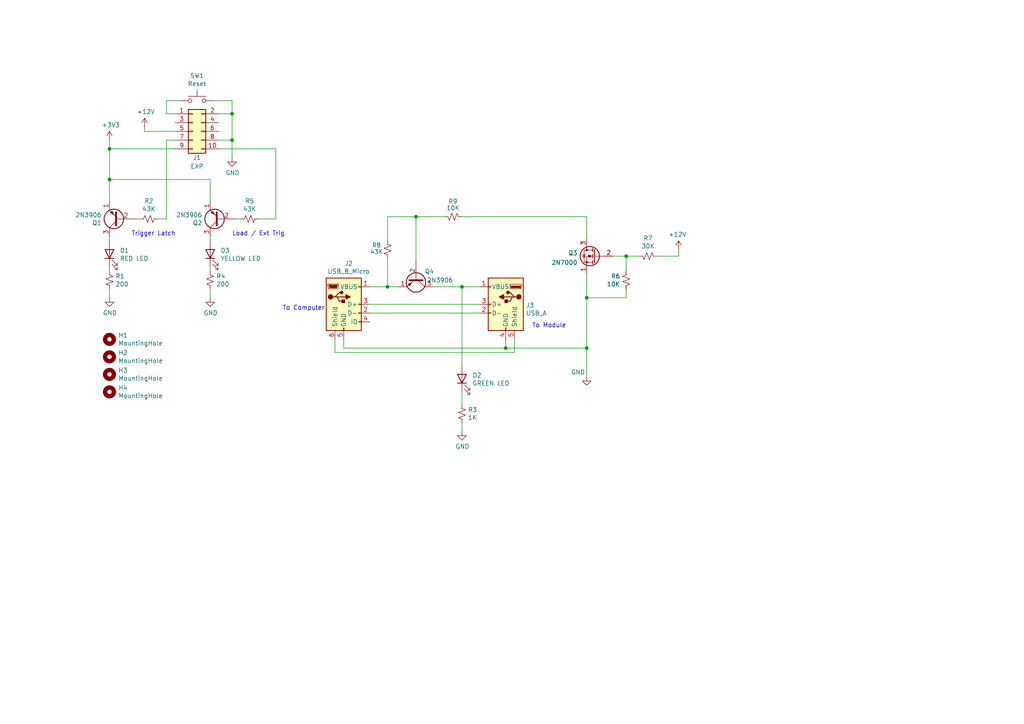
<source format=kicad_sch>
(kicad_sch (version 20211123) (generator eeschema)
  (paper "A4")
  (title_block (title "DuDad") (rev "1.3"))
  (lib_symbols
    (symbol "Connector:USB_A" (pin_names (offset 1.016))
      (property "Reference" "J" (at -5.08 11.43 0))
      (property "Value" "USB_A" (at -5.08 8.89 0))
      (symbol "USB_A_0_1"
        (rectangle (start -5.08 -7.62) (end 5.08 7.62) (stroke (width 0.254)) (fill (type background)))
        (circle (center -3.81 2.159) (radius 0.635) (stroke (width 0.254)) (fill (type outline)))
        (rectangle (start -1.524 4.826) (end -4.318 5.334) (fill (type outline)))
        (rectangle (start -1.27 4.572) (end -4.572 5.842))
        (circle (center -0.635 3.429) (radius 0.381) (stroke (width 0.254)) (fill (type outline)))
        (rectangle (start -0.127 -7.62) (end 0.127 -6.858))
        (polyline (pts (xy -3.175 2.159) (xy -2.54 2.159) (xy -1.27 3.429) (xy -0.635 3.429)) (stroke (width 0.254)))
        (polyline (pts (xy -2.54 2.159) (xy -1.905 2.159) (xy -1.27 0.889) (xy 0 0.889)) (stroke (width 0.254)))
        (polyline (pts (xy 0.635 2.794) (xy 0.635 1.524) (xy 1.905 2.159) (xy 0.635 2.794)) (stroke (width 0.254)) (fill (type outline)))
        (rectangle (start 0.254 1.27) (end -0.508 0.508) (stroke (width 0.254)) (fill (type outline)))
        (rectangle (start 5.08 -2.667) (end 4.318 -2.413))
        (rectangle (start 5.08 -0.127) (end 4.318 0.127))
        (rectangle (start 5.08 4.953) (end 4.318 5.207))
      )
      (symbol "USB_A_1_1"
        (polyline (pts (xy -1.905 2.159) (xy 0.635 2.159)) (stroke (width 0.254)))
        (pin power_in line (at 7.62 5.08 180) (length 2.54) (name "VBUS") (number "1"))
        (pin bidirectional line (at 7.62 -2.54 180) (length 2.54) (name "D-") (number "2"))
        (pin bidirectional line (at 7.62 0 180) (length 2.54) (name "D+") (number "3"))
        (pin power_in line (at 0 -10.16 90) (length 2.54) (name "GND") (number "4"))
        (pin passive line (at -2.54 -10.16 90) (length 2.54) (name "Shield") (number "5"))
      )
    )
    (symbol "Connector:USB_B_Micro" (pin_names (offset 1.016))
      (property "Reference" "J" (at -5.08 11.43 0))
      (property "Value" "USB_B_Micro" (at -5.08 8.89 0))
      (symbol "USB_B_Micro_0_1"
        (rectangle (start -5.08 -7.62) (end 5.08 7.62) (stroke (width 0.254)) (fill (type background)))
        (circle (center -3.81 2.159) (radius 0.635) (stroke (width 0.254)) (fill (type outline)))
        (circle (center -0.635 3.429) (radius 0.381) (stroke (width 0.254)) (fill (type outline)))
        (rectangle (start -0.127 -7.62) (end 0.127 -6.858))
        (polyline (pts (xy -1.905 2.159) (xy 0.635 2.159)) (stroke (width 0.254)))
        (polyline (pts (xy -3.175 2.159) (xy -2.54 2.159) (xy -1.27 3.429) (xy -0.635 3.429)) (stroke (width 0.254)))
        (polyline (pts (xy -2.54 2.159) (xy -1.905 2.159) (xy -1.27 0.889) (xy 0 0.889)) (stroke (width 0.254)))
        (polyline (pts (xy 0.635 2.794) (xy 0.635 1.524) (xy 1.905 2.159) (xy 0.635 2.794)) (stroke (width 0.254)) (fill (type outline)))
        (polyline (pts (xy -4.318 5.588) (xy -1.778 5.588) (xy -2.032 4.826) (xy -4.064 4.826) (xy -4.318 5.588)) (fill (type outline)))
        (polyline (pts (xy -4.699 5.842) (xy -4.699 5.588) (xy -4.445 4.826) (xy -4.445 4.572) (xy -1.651 4.572) (xy -1.651 4.826) (xy -1.397 5.588) (xy -1.397 5.842) (xy -4.699 5.842)))
        (rectangle (start 0.254 1.27) (end -0.508 0.508) (stroke (width 0.254)) (fill (type outline)))
        (rectangle (start 5.08 -5.207) (end 4.318 -4.953))
        (rectangle (start 5.08 -2.667) (end 4.318 -2.413))
        (rectangle (start 5.08 -0.127) (end 4.318 0.127))
        (rectangle (start 5.08 4.953) (end 4.318 5.207))
      )
      (symbol "USB_B_Micro_1_1"
        (pin power_out line (at 7.62 5.08 180) (length 2.54) (name "VBUS") (number "1"))
        (pin bidirectional line (at 7.62 -2.54 180) (length 2.54) (name "D-") (number "2"))
        (pin bidirectional line (at 7.62 0 180) (length 2.54) (name "D+") (number "3"))
        (pin passive line (at 7.62 -5.08 180) (length 2.54) (name "ID") (number "4"))
        (pin power_out line (at 0 -10.16 90) (length 2.54) (name "GND") (number "5"))
        (pin passive line (at -2.54 -10.16 90) (length 2.54) (name "Shield") (number "6"))
      )
    )
    (symbol "Connector_Generic:Conn_02x05_Odd_Even" (pin_names (offset 1.016) hide)
      (property "Reference" "J" (at 1.27 7.62 0))
      (property "Value" "Conn_02x05_Odd_Even" (at 1.27 -7.62 0))
      (symbol "Conn_02x05_Odd_Even_1_1"
        (rectangle (start -1.27 -4.953) (end 0 -5.207) (stroke (width 0.1524)))
        (rectangle (start -1.27 -2.413) (end 0 -2.667) (stroke (width 0.1524)))
        (rectangle (start -1.27 0.127) (end 0 -0.127) (stroke (width 0.1524)))
        (rectangle (start -1.27 2.667) (end 0 2.413) (stroke (width 0.1524)))
        (rectangle (start -1.27 5.207) (end 0 4.953) (stroke (width 0.1524)))
        (rectangle (start -1.27 6.35) (end 3.81 -6.35) (stroke (width 0.254)) (fill (type background)))
        (rectangle (start 3.81 -4.953) (end 2.54 -5.207) (stroke (width 0.1524)))
        (rectangle (start 3.81 -2.413) (end 2.54 -2.667) (stroke (width 0.1524)))
        (rectangle (start 3.81 0.127) (end 2.54 -0.127) (stroke (width 0.1524)))
        (rectangle (start 3.81 2.667) (end 2.54 2.413) (stroke (width 0.1524)))
        (rectangle (start 3.81 5.207) (end 2.54 4.953) (stroke (width 0.1524)))
        (pin passive line (at -5.08 5.08 0) (length 3.81) (name "Pin_1") (number "1"))
        (pin passive line (at 7.62 -5.08 180) (length 3.81) (name "Pin_10") (number "10"))
        (pin passive line (at 7.62 5.08 180) (length 3.81) (name "Pin_2") (number "2"))
        (pin passive line (at -5.08 2.54 0) (length 3.81) (name "Pin_3") (number "3"))
        (pin passive line (at 7.62 2.54 180) (length 3.81) (name "Pin_4") (number "4"))
        (pin passive line (at -5.08 0 0) (length 3.81) (name "Pin_5") (number "5"))
        (pin passive line (at 7.62 0 180) (length 3.81) (name "Pin_6") (number "6"))
        (pin passive line (at -5.08 -2.54 0) (length 3.81) (name "Pin_7") (number "7"))
        (pin passive line (at 7.62 -2.54 180) (length 3.81) (name "Pin_8") (number "8"))
        (pin passive line (at -5.08 -5.08 0) (length 3.81) (name "Pin_9") (number "9"))
      )
    )
    (symbol "Device:LED" (pin_numbers hide) (pin_names (offset 1.016) hide)
      (property "Reference" "D" (at 0 2.54 0))
      (property "Value" "LED" (at 0 -2.54 0))
      (symbol "LED_0_1"
        (polyline (pts (xy -1.27 -1.27) (xy -1.27 1.27)) (stroke (width 0.254)))
        (polyline (pts (xy -1.27 0) (xy 1.27 0)))
        (polyline (pts (xy 1.27 -1.27) (xy 1.27 1.27) (xy -1.27 0) (xy 1.27 -1.27)) (stroke (width 0.254)))
        (polyline (pts (xy -3.048 -0.762) (xy -4.572 -2.286) (xy -3.81 -2.286) (xy -4.572 -2.286) (xy -4.572 -1.524)))
        (polyline (pts (xy -1.778 -0.762) (xy -3.302 -2.286) (xy -2.54 -2.286) (xy -3.302 -2.286) (xy -3.302 -1.524)))
      )
      (symbol "LED_1_1"
        (pin passive line (at -3.81 0 0) (length 2.54) (name "K") (number "1"))
        (pin passive line (at 3.81 0 180) (length 2.54) (name "A") (number "2"))
      )
    )
    (symbol "Device:R_Small_US" (pin_numbers hide) (pin_names (offset 0.254) hide)
      (property "Reference" "R" (at 0.762 0.508 0))
      (property "Value" "R_Small_US" (at 0.762 -1.016 0))
      (symbol "R_Small_US_1_1"
        (polyline (pts (xy 0 0) (xy 1.016 -0.381) (xy 0 -0.762) (xy -1.016 -1.143) (xy 0 -1.524)))
        (polyline (pts (xy 0 1.524) (xy 1.016 1.143) (xy 0 0.762) (xy -1.016 0.381) (xy 0 0)))
        (pin passive line (at 0 2.54 270) (length 1.016) (name "~") (number "1"))
        (pin passive line (at 0 -2.54 90) (length 1.016) (name "~") (number "2"))
      )
    )
    (symbol "Mechanical:MountingHole" (pin_names (offset 1.016))
      (property "Reference" "H" (at 0 5.08 0))
      (property "Value" "MountingHole" (at 0 3.175 0))
      (symbol "MountingHole_0_1"
        (circle (center 0 0) (radius 1.27) (stroke (width 1.27)))
      )
    )
    (symbol "Switch:SW_Push" (pin_numbers hide) (pin_names (offset 1.016) hide)
      (property "Reference" "SW" (at 1.27 2.54 0))
      (property "Value" "SW_Push" (at 0 -1.524 0))
      (symbol "SW_Push_0_1"
        (circle (center -2.032 0) (radius 0.508))
        (polyline (pts (xy 0 1.27) (xy 0 3.048)))
        (polyline (pts (xy 2.54 1.27) (xy -2.54 1.27)))
        (circle (center 2.032 0) (radius 0.508))
        (pin passive line (at -5.08 0 0) (length 2.54) (name "1") (number "1"))
        (pin passive line (at 5.08 0 180) (length 2.54) (name "2") (number "2"))
      )
    )
    (symbol "Transistor_BJT:2N3906" (pin_names (offset 0) hide)
      (property "Reference" "Q" (at 5.08 1.905 0))
      (property "Value" "2N3906" (at 5.08 0 0))
      (symbol "2N3906_0_1"
        (polyline (pts (xy 0.635 0.635) (xy 2.54 2.54)))
        (polyline (pts (xy 0.635 -0.635) (xy 2.54 -2.54) (xy 2.54 -2.54)))
        (polyline (pts (xy 0.635 1.905) (xy 0.635 -1.905) (xy 0.635 -1.905)) (stroke (width 0.508)))
        (polyline (pts (xy 2.286 -1.778) (xy 1.778 -2.286) (xy 1.27 -1.27) (xy 2.286 -1.778) (xy 2.286 -1.778)) (fill (type outline)))
        (circle (center 1.27 0) (radius 2.8194) (stroke (width 0.254)))
      )
      (symbol "2N3906_1_1"
        (pin passive line (at 2.54 -5.08 90) (length 2.54) (name "E") (number "1"))
        (pin input line (at -5.08 0 0) (length 5.715) (name "B") (number "2"))
        (pin passive line (at 2.54 5.08 270) (length 2.54) (name "C") (number "3"))
      )
    )
    (symbol "Transistor_FET:2N7000" (pin_names hide)
      (property "Reference" "Q" (at 5.08 1.905 0))
      (property "Value" "2N7000" (at 5.08 0 0))
      (symbol "2N7000_0_1"
        (polyline (pts (xy 0.254 0) (xy -2.54 0)))
        (polyline (pts (xy 0.254 1.905) (xy 0.254 -1.905)) (stroke (width 0.254)))
        (polyline (pts (xy 0.762 -1.27) (xy 0.762 -2.286)) (stroke (width 0.254)))
        (polyline (pts (xy 0.762 0.508) (xy 0.762 -0.508)) (stroke (width 0.254)))
        (polyline (pts (xy 0.762 2.286) (xy 0.762 1.27)) (stroke (width 0.254)))
        (polyline (pts (xy 2.54 2.54) (xy 2.54 1.778)))
        (polyline (pts (xy 2.54 -2.54) (xy 2.54 0) (xy 0.762 0)))
        (polyline (pts (xy 0.762 -1.778) (xy 3.302 -1.778) (xy 3.302 1.778) (xy 0.762 1.778)))
        (polyline (pts (xy 1.016 0) (xy 2.032 0.381) (xy 2.032 -0.381) (xy 1.016 0)) (fill (type outline)))
        (polyline (pts (xy 2.794 0.508) (xy 2.921 0.381) (xy 3.683 0.381) (xy 3.81 0.254)))
        (polyline (pts (xy 3.302 0.381) (xy 2.921 -0.254) (xy 3.683 -0.254) (xy 3.302 0.381)))
        (circle (center 1.651 0) (radius 2.794) (stroke (width 0.254)))
        (circle (center 2.54 -1.778) (radius 0.254) (fill (type outline)))
        (circle (center 2.54 1.778) (radius 0.254) (fill (type outline)))
      )
      (symbol "2N7000_1_1"
        (pin passive line (at 2.54 -5.08 90) (length 2.54) (name "S") (number "1"))
        (pin input line (at -5.08 0 0) (length 2.54) (name "G") (number "2"))
        (pin passive line (at 2.54 5.08 270) (length 2.54) (name "D") (number "3"))
      )
    )
    (symbol "power:+12V" (power) (pin_names (offset 0))
      (property "Value" "+12V" (at 0 3.556 0))
      (symbol "+12V_0_1"
        (polyline (pts (xy -0.762 1.27) (xy 0 2.54)))
        (polyline (pts (xy 0 0) (xy 0 2.54)))
        (polyline (pts (xy 0 2.54) (xy 0.762 1.27)))
      )
      (symbol "+12V_1_1"
        (pin power_in line (at 0 0 90) (length 0) hide (name "+12V") (number "1"))
      )
    )
    (symbol "power:+3.3V" (power) (pin_names (offset 0))
      (property "Value" "+3.3V" (at 0 3.556 0))
      (symbol "+3.3V_0_1"
        (polyline (pts (xy -0.762 1.27) (xy 0 2.54)))
        (polyline (pts (xy 0 0) (xy 0 2.54)))
        (polyline (pts (xy 0 2.54) (xy 0.762 1.27)))
      )
      (symbol "+3.3V_1_1"
        (pin power_in line (at 0 0 90) (length 0) hide (name "+3V3") (number "1"))
      )
    )
    (symbol "power:GND" (power) (pin_names (offset 0))
      (property "Value" "GND" (at 0 -3.81 0))
      (symbol "GND_0_1"
        (polyline (pts (xy 0 0) (xy 0 -1.27) (xy 1.27 -1.27) (xy 0 -2.54) (xy -1.27 -1.27) (xy 0 -1.27)))
      )
      (symbol "GND_1_1"
        (pin power_in line (at 0 0 270) (length 0) hide (name "GND") (number "1"))
      )
    )
  )
  (junction (at 31.75 52.07))
  (junction (at 146.685 100.965))
  (junction (at 120.65 62.865))
  (junction (at 31.75 43.18))
  (junction (at 67.31 40.64))
  (junction (at 181.61 74.295))
  (junction (at 133.985 83.185))
  (junction (at 170.18 86.36))
  (junction (at 170.18 100.965))
  (junction (at 112.395 83.185))
  (junction (at 67.31 33.02))
  (wire (pts (xy 31.75 52.07) (xy 31.75 58.42)))
  (wire (pts (xy 112.395 69.85) (xy 112.395 62.865)))
  (wire (pts (xy 50.8 40.64) (xy 48.26 40.64)))
  (wire (pts (xy 31.75 68.58) (xy 31.75 69.85)))
  (wire (pts (xy 67.31 29.21) (xy 67.31 33.02)))
  (wire (pts (xy 125.73 83.185) (xy 133.985 83.185)))
  (wire (pts (xy 60.96 52.07) (xy 60.96 58.42)))
  (wire (pts (xy 48.26 40.64) (xy 48.26 63.5)))
  (wire (pts (xy 107.315 83.185) (xy 112.395 83.185)))
  (wire (pts (xy 170.18 100.965) (xy 170.18 109.22)))
  (wire (pts (xy 39.37 63.5) (xy 40.64 63.5)))
  (wire (pts (xy 185.42 74.295) (xy 181.61 74.295)))
  (wire (pts (xy 170.18 79.375) (xy 170.18 86.36)))
  (wire (pts (xy 120.65 75.565) (xy 120.65 62.865)))
  (wire (pts (xy 133.985 113.665) (xy 133.985 117.475)))
  (wire (pts (xy 196.85 74.295) (xy 190.5 74.295)))
  (wire (pts (xy 31.75 83.82) (xy 31.75 86.36)))
  (wire (pts (xy 62.23 29.21) (xy 67.31 29.21)))
  (wire (pts (xy 146.685 100.965) (xy 170.18 100.965)))
  (wire (pts (xy 67.31 40.64) (xy 67.31 45.72)))
  (wire (pts (xy 133.985 122.555) (xy 133.985 125.095)))
  (wire (pts (xy 60.96 68.58) (xy 60.96 69.85)))
  (wire (pts (xy 31.75 43.18) (xy 31.75 52.07)))
  (wire (pts (xy 80.01 43.18) (xy 80.01 63.5)))
  (wire (pts (xy 170.18 69.215) (xy 170.18 62.865)))
  (wire (pts (xy 170.18 86.36) (xy 170.18 100.965)))
  (wire (pts (xy 48.26 33.02) (xy 48.26 29.21)))
  (wire (pts (xy 41.91 38.1) (xy 50.8 38.1)))
  (wire (pts (xy 63.5 33.02) (xy 67.31 33.02)))
  (wire (pts (xy 60.96 83.82) (xy 60.96 86.36)))
  (wire (pts (xy 112.395 62.865) (xy 120.65 62.865)))
  (wire (pts (xy 63.5 40.64) (xy 67.31 40.64)))
  (wire (pts (xy 74.93 63.5) (xy 80.01 63.5)))
  (wire (pts (xy 31.75 77.47) (xy 31.75 78.74)))
  (wire (pts (xy 181.61 86.36) (xy 170.18 86.36)))
  (wire (pts (xy 60.96 77.47) (xy 60.96 78.74)))
  (wire (pts (xy 97.155 98.425) (xy 97.155 102.235)))
  (wire (pts (xy 112.395 83.185) (xy 115.57 83.185)))
  (wire (pts (xy 181.61 78.74) (xy 181.61 74.295)))
  (wire (pts (xy 107.315 90.805) (xy 139.065 90.805)))
  (wire (pts (xy 67.31 33.02) (xy 67.31 40.64)))
  (wire (pts (xy 112.395 74.93) (xy 112.395 83.185)))
  (wire (pts (xy 181.61 83.82) (xy 181.61 86.36)))
  (wire (pts (xy 196.85 72.39) (xy 196.85 74.295)))
  (wire (pts (xy 41.91 36.83) (xy 41.91 38.1)))
  (wire (pts (xy 170.18 62.865) (xy 133.985 62.865)))
  (wire (pts (xy 48.26 29.21) (xy 52.07 29.21)))
  (wire (pts (xy 107.315 88.265) (xy 139.065 88.265)))
  (wire (pts (xy 50.8 43.18) (xy 31.75 43.18)))
  (wire (pts (xy 133.985 83.185) (xy 139.065 83.185)))
  (wire (pts (xy 68.58 63.5) (xy 69.85 63.5)))
  (wire (pts (xy 146.685 100.965) (xy 146.685 98.425)))
  (wire (pts (xy 48.26 63.5) (xy 45.72 63.5)))
  (wire (pts (xy 99.695 98.425) (xy 99.695 100.965)))
  (wire (pts (xy 181.61 74.295) (xy 177.8 74.295)))
  (wire (pts (xy 149.225 102.235) (xy 149.225 98.425)))
  (wire (pts (xy 31.75 52.07) (xy 60.96 52.07)))
  (wire (pts (xy 97.155 102.235) (xy 149.225 102.235)))
  (wire (pts (xy 120.65 62.865) (xy 128.905 62.865)))
  (wire (pts (xy 31.75 40.64) (xy 31.75 43.18)))
  (wire (pts (xy 63.5 43.18) (xy 80.01 43.18)))
  (wire (pts (xy 50.8 33.02) (xy 48.26 33.02)))
  (wire (pts (xy 133.985 83.185) (xy 133.985 106.045)))
  (wire (pts (xy 99.695 100.965) (xy 146.685 100.965)))
  (text "To Computer" (at 81.915 90.17 0) (effects (font (size 1.27 1.27)) (justify left bottom)))
  (text "Trigger Latch" (at 38.1 68.58 0) (effects (font (size 1.27 1.27)) (justify left bottom)))
  (text "To Module" (at 154.305 95.25 0) (effects (font (size 1.27 1.27)) (justify left bottom)))
  (text "Load / Ext Trig" (at 67.31 68.58 0) (effects (font (size 1.27 1.27)) (justify left bottom)))
  (symbol (lib_id "Mechanical:MountingHole") (at 31.75 98.425 0) (unit 1) (in_bom no)
    (property "Reference" "H1" (at 34.29 97.2566 0) (effects (justify left)))
    (property "Value" "MountingHole" (at 34.29 99.568 0) (effects (justify left)))
    (property "Footprint" "MountingHole:MountingHole_2.5mm" (effects hide))
  )
  (symbol (lib_id "Mechanical:MountingHole") (at 31.75 103.505 0) (unit 1) (in_bom no)
    (property "Reference" "H2" (at 34.29 102.3366 0) (effects (justify left)))
    (property "Value" "MountingHole" (at 34.29 104.648 0) (effects (justify left)))
    (property "Footprint" "MountingHole:MountingHole_2.5mm" (effects hide))
  )
  (symbol (lib_id "Mechanical:MountingHole") (at 31.75 108.585 0) (unit 1) (in_bom no)
    (property "Reference" "H3" (at 34.29 107.4166 0) (effects (justify left)))
    (property "Value" "MountingHole" (at 34.29 109.728 0) (effects (justify left)))
    (property "Footprint" "MountingHole:MountingHole_2.5mm" (effects hide))
  )
  (symbol (lib_id "Mechanical:MountingHole") (at 31.75 113.665 0) (unit 1) (in_bom no)
    (property "Reference" "H4" (at 34.29 112.4966 0) (effects (justify left)))
    (property "Value" "MountingHole" (at 34.29 114.808 0) (effects (justify left)))
    (property "Footprint" "MountingHole:MountingHole_2.5mm" (effects hide))
  )
  (symbol (lib_id "Transistor_BJT:2N3906") (at 63.5 63.5 180) (unit 1)
    (property "Reference" "Q2" (at 58.674 64.6684 0) (effects (justify left)))
    (property "Value" "2N3906" (at 58.674 62.357 0) (effects (justify left)))
    (property "Footprint" "Package_TO_SOT_THT:TO-92_Inline_Wide" (effects hide))
    (property "Datasheet" "https://www.onsemi.com/pub/Collateral/2N3906-D.PDF" (effects hide))
    (property "Digi-Key Part" "2N3906TFCT-ND" (effects hide))
  )
  (symbol (lib_id "Device:R_Small_US") (at 72.39 63.5 270) (unit 1)
    (property "Reference" "R5" (at 72.39 58.293 90))
    (property "Value" "43K" (at 72.39 60.6044 90))
    (property "Footprint" "Resistor_THT:R_Axial_DIN0207_L6.3mm_D2.5mm_P10.16mm_Horizontal" (effects hide))
    (property "Digi-Key Part" "CF14JT43K0CT-ND" (effects hide))
  )
  (symbol (lib_id "Device:R_Small_US") (at 60.96 81.28 180) (unit 1)
    (property "Reference" "R4" (at 62.6872 80.1116 0) (effects (justify right)))
    (property "Value" "200" (at 62.6872 82.423 0) (effects (justify right)))
    (property "Footprint" "Resistor_THT:R_Axial_DIN0207_L6.3mm_D2.5mm_P10.16mm_Horizontal" (effects hide))
    (property "Digi-Key Part" "CF14JT200RCT-ND" (effects hide))
  )
  (symbol (lib_id "Device:LED") (at 60.96 73.66 90) (unit 1)
    (property "Reference" "D3" (at 63.9572 72.6694 90) (effects (justify right)))
    (property "Value" "YELLOW LED" (at 63.9572 74.9808 90) (effects (justify right)))
    (property "Footprint" "LED_THT:LED_D3.0mm" (effects hide))
    (property "Digi-Key Part" "732-5010-ND" (effects hide))
  )
  (symbol (lib_id "power:GND") (at 60.96 86.36 0) (unit 1)
    (property "Reference" "#PWR07" (effects hide))
    (property "Value" "GND" (at 61.087 90.7542 0))
  )
  (symbol (lib_id "Switch:SW_Push") (at 57.15 29.21 0) (unit 1)
    (property "Reference" "SW1" (at 57.15 21.971 0))
    (property "Value" "Reset" (at 57.15 24.2824 0))
    (property "Footprint" "Button_Switch_THT:SW_PUSH_6mm" (effects hide))
    (property "Digi-Key Part" "450-1940-ND" (effects hide))
  )
  (symbol (lib_id "Transistor_BJT:2N3906") (at 34.29 63.5 180) (unit 1)
    (property "Reference" "Q1" (at 29.464 64.6684 0) (effects (justify left)))
    (property "Value" "2N3906" (at 29.464 62.357 0) (effects (justify left)))
    (property "Footprint" "Package_TO_SOT_THT:TO-92_Inline_Wide" (effects hide))
    (property "Datasheet" "https://www.onsemi.com/pub/Collateral/2N3906-D.PDF" (effects hide))
    (property "Digi-Key Part" "2N3906TFCT-ND" (effects hide))
  )
  (symbol (lib_id "power:+3.3V") (at 31.75 40.64 0) (unit 1)
    (property "Reference" "#PWR0101" (effects hide))
    (property "Value" "+3.3V" (at 32.131 36.2458 0))
  )
  (symbol (lib_id "Device:R_Small_US") (at 43.18 63.5 270) (unit 1)
    (property "Reference" "R2" (at 43.18 58.293 90))
    (property "Value" "43K" (at 43.18 60.6044 90))
    (property "Footprint" "Resistor_THT:R_Axial_DIN0207_L6.3mm_D2.5mm_P10.16mm_Horizontal" (effects hide))
    (property "Digi-Key Part" "CF14JT43K0CT-ND" (effects hide))
  )
  (symbol (lib_id "Device:R_Small_US") (at 31.75 81.28 180) (unit 1)
    (property "Reference" "R1" (at 33.4772 80.1116 0) (effects (justify right)))
    (property "Value" "200" (at 33.4772 82.423 0) (effects (justify right)))
    (property "Footprint" "Resistor_THT:R_Axial_DIN0207_L6.3mm_D2.5mm_P10.16mm_Horizontal" (effects hide))
    (property "Digi-Key Part" "CF14JT200RCT-ND" (effects hide))
  )
  (symbol (lib_id "Device:LED") (at 31.75 73.66 90) (unit 1)
    (property "Reference" "D1" (at 34.7472 72.6694 90) (effects (justify right)))
    (property "Value" "RED LED" (at 34.7472 74.9808 90) (effects (justify right)))
    (property "Footprint" "LED_THT:LED_D3.0mm" (effects hide))
    (property "Digi-Key Part" "732-5005-ND" (effects hide))
  )
  (symbol (lib_id "power:GND") (at 31.75 86.36 0) (unit 1)
    (property "Reference" "#PWR05" (effects hide))
    (property "Value" "GND" (at 31.877 90.7542 0))
  )
  (symbol (lib_id "Device:R_Small_US") (at 133.985 120.015 180) (unit 1)
    (property "Reference" "R3" (at 135.7122 118.8466 0) (effects (justify right)))
    (property "Value" "1K" (at 135.7122 121.158 0) (effects (justify right)))
    (property "Footprint" "Resistor_THT:R_Axial_DIN0207_L6.3mm_D2.5mm_P10.16mm_Horizontal" (effects hide))
    (property "Digi-Key Part" "738-CFF14JT1K00CT-ND" (effects hide))
  )
  (symbol (lib_id "Device:LED") (at 133.985 109.855 90) (unit 1)
    (property "Reference" "D2" (at 136.9822 108.8644 90) (effects (justify right)))
    (property "Value" "GREEN LED" (at 136.9822 111.1758 90) (effects (justify right)))
    (property "Footprint" "LED_THT:LED_D3.0mm" (effects hide))
    (property "Digi-Key Part" "732-5008-ND" (effects hide))
  )
  (symbol (lib_id "power:GND") (at 133.985 125.095 0) (unit 1)
    (property "Reference" "#PWR06" (effects hide))
    (property "Value" "GND" (at 134.112 129.4892 0))
  )
  (symbol (lib_id "Connector:USB_B_Micro") (at 99.695 88.265 0) (unit 1)
    (property "Reference" "J2" (at 101.1428 76.4032 0))
    (property "Value" "USB_B_Micro" (at 101.1428 78.7146 0))
    (property "Footprint" "Connector_USB:USB_Micro-B_Wuerth_614105150721_Vertical" (effects hide))
    (property "Digi-Key Part" "2073-USB3131-30-0230-ACT-ND" (effects hide))
  )
  (symbol (lib_id "Connector:USB_A") (at 146.685 88.265 0) (mirror y) (unit 1)
    (property "Reference" "J3" (at 152.527 88.5444 0) (effects (justify right)))
    (property "Value" "USB_A" (at 152.527 90.8558 0) (effects (justify right)))
    (property "Footprint" "sputterizer:USB_A_Amphenol_UE27AE54100_Vertical" (effects hide))
    (property "Datasheet" " ~" (effects hide))
    (property "Digi-Key Part" "UE27AE54100-ND" (effects hide))
  )
  (symbol (lib_id "Connector_Generic:Conn_02x05_Odd_Even") (at 55.88 38.1 0) (unit 1)
    (property "Reference" "J1" (at 57.15 45.72 0))
    (property "Value" "EXP" (at 57.15 48.26 0))
    (property "Footprint" "Connector_PinHeader_2.54mm:PinHeader_2x05_P2.54mm_Vertical" (effects hide))
    (property "Digi-Key Part" "S2011EC-05-ND" (effects hide))
  )
  (symbol (lib_id "power:+12V") (at 41.91 36.83 0) (unit 1)
    (property "Reference" "#PWR01" (effects hide))
    (property "Value" "+12V" (at 42.291 32.4358 0))
  )
  (symbol (lib_id "power:GND") (at 67.31 45.72 0) (unit 1)
    (property "Reference" "#PWR02" (effects hide))
    (property "Value" "GND" (at 67.437 50.1142 0))
  )
  (symbol (lib_id "power:GND") (at 170.18 109.22 0) (mirror y) (unit 1)
    (property "Reference" "#PWR04" (effects hide))
    (property "Value" "GND" (at 167.64 107.95 0))
  )
  (symbol (lib_id "Transistor_BJT:2N3906") (at 120.65 80.645 270) (unit 1)
    (property "Reference" "Q4" (at 123.19 78.74 90) (effects (justify left)))
    (property "Value" "2N3906" (at 123.825 81.28 90) (effects (justify left)))
    (property "Footprint" "Package_TO_SOT_THT:TO-92_Inline_Wide" (effects hide))
    (property "Datasheet" "https://www.onsemi.com/pub/Collateral/2N3906-D.PDF" (effects hide))
    (property "Digi-Key Part" "2N3906TFCT-ND" (effects hide))
  )
  (symbol (lib_id "Device:R_Small_US") (at 187.96 74.295 90) (mirror x) (unit 1)
    (property "Reference" "R7" (at 187.96 69.088 90))
    (property "Value" "30K" (at 187.96 71.3994 90))
    (property "Footprint" "Resistor_THT:R_Axial_DIN0207_L6.3mm_D2.5mm_P10.16mm_Horizontal" (effects hide))
    (property "Digi-Key Part" "CF14JT30K0CT-ND" (effects hide))
  )
  (symbol (lib_id "power:+12V") (at 196.85 72.39 0) (mirror y) (unit 1)
    (property "Reference" "#PWR0102" (effects hide))
    (property "Value" "+12V" (at 196.469 67.9958 0))
  )
  (symbol (lib_id "Device:R_Small_US") (at 131.445 62.865 270) (mirror x) (unit 1)
    (property "Reference" "R9" (at 132.715 58.42 90) (effects (justify right)))
    (property "Value" "10K" (at 133.35 60.325 90) (effects (justify right)))
    (property "Footprint" "Resistor_THT:R_Axial_DIN0207_L6.3mm_D2.5mm_P10.16mm_Horizontal" (effects hide))
    (property "Digi-Key Part" "CF14JT10K0CT-ND" (effects hide))
  )
  (symbol (lib_id "Transistor_FET:2N7000") (at 172.72 74.295 0) (mirror y) (unit 1)
    (property "Reference" "Q3" (at 167.5131 73.3865 0) (effects (justify left)))
    (property "Value" "2N7000" (at 167.5131 76.1616 0) (effects (justify left)))
    (property "Footprint" "Package_TO_SOT_THT:TO-92_Inline_Wide" (effects hide))
    (property "Datasheet" "https://www.onsemi.com/pub/Collateral/NDS7002A-D.PDF" (effects hide))
    (property "Digi-Key Part" "2N7000FS-ND" (effects hide))
  )
  (symbol (lib_id "Device:R_Small_US") (at 112.395 72.39 0) (unit 1)
    (property "Reference" "R8" (at 109.22 71.12 0))
    (property "Value" "43K" (at 109.22 73.025 0))
    (property "Footprint" "Resistor_THT:R_Axial_DIN0207_L6.3mm_D2.5mm_P10.16mm_Horizontal" (effects hide))
    (property "Digi-Key Part" "CF14JT43K0CT-ND" (effects hide))
  )
  (symbol (lib_id "Device:R_Small_US") (at 181.61 81.28 0) (mirror x) (unit 1)
    (property "Reference" "R6" (at 179.8828 80.1116 0) (effects (justify right)))
    (property "Value" "10K" (at 179.8828 82.423 0) (effects (justify right)))
    (property "Footprint" "Resistor_THT:R_Axial_DIN0207_L6.3mm_D2.5mm_P10.16mm_Horizontal" (effects hide))
    (property "Digi-Key Part" "CF14JT10K0CT-ND" (effects hide))
  )
)
</source>
